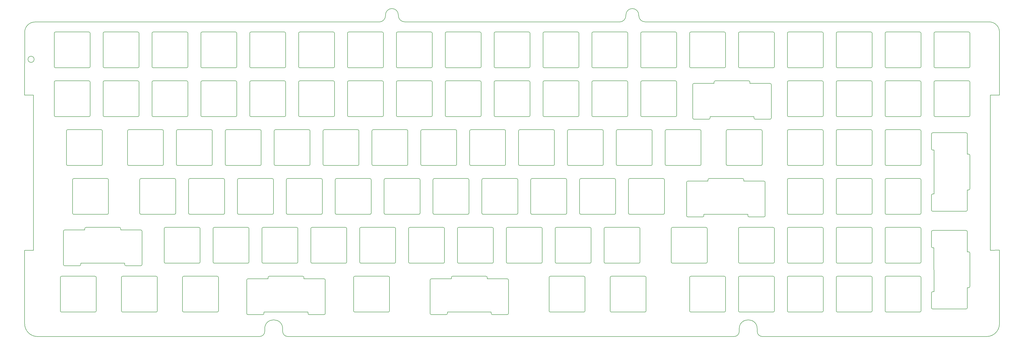
<source format=gbr>
G04 #@! TF.GenerationSoftware,KiCad,Pcbnew,(5.1.6)-1*
G04 #@! TF.CreationDate,2020-08-12T13:21:57-07:00*
G04 #@! TF.ProjectId,Plate,506c6174-652e-46b6-9963-61645f706362,rev?*
G04 #@! TF.SameCoordinates,Original*
G04 #@! TF.FileFunction,Copper,L1,Top*
G04 #@! TF.FilePolarity,Positive*
%FSLAX46Y46*%
G04 Gerber Fmt 4.6, Leading zero omitted, Abs format (unit mm)*
G04 Created by KiCad (PCBNEW (5.1.6)-1) date 2020-08-12 13:21:57*
%MOMM*%
%LPD*%
G01*
G04 APERTURE LIST*
G04 #@! TA.AperFunction,Profile*
%ADD10C,0.200000*%
G04 #@! TD*
G04 APERTURE END LIST*
D10*
X264000000Y-63200000D02*
X398100000Y-63200000D01*
X261499999Y-60499999D02*
X261500000Y-60700000D01*
X256500000Y-60750000D02*
X256490223Y-60500010D01*
X170300000Y-63200000D02*
X254000000Y-63250000D01*
X167799999Y-60499999D02*
X167800000Y-60700000D01*
X162800000Y-60750000D02*
X162790259Y-60499847D01*
X26162000Y-63246000D02*
X160300000Y-63250000D01*
X264000000Y-63200000D02*
G75*
G02*
X261500000Y-60700000I0J2500000D01*
G01*
X256500000Y-60750000D02*
G75*
G02*
X254000000Y-63250000I-2500000J0D01*
G01*
X170300000Y-63200000D02*
G75*
G02*
X167800000Y-60700000I0J2500000D01*
G01*
X162800000Y-60750000D02*
G75*
G02*
X160300000Y-63250000I-2500000J0D01*
G01*
X256490223Y-60500010D02*
G75*
G02*
X261499999Y-60499999I2504888J2189D01*
G01*
X162790259Y-60499847D02*
G75*
G02*
X167799999Y-60499999I2504870J2026D01*
G01*
X402095110Y-91751363D02*
X402100000Y-67200000D01*
X398100000Y-63200000D02*
G75*
G02*
X402100000Y-67200000I0J-4000000D01*
G01*
X22162000Y-67246000D02*
X22145123Y-91753523D01*
X22162000Y-67246000D02*
G75*
G02*
X26162000Y-63246000I4000000J0D01*
G01*
X351970123Y-119222812D02*
X338970117Y-119222760D01*
X66220123Y-81122812D02*
X53220077Y-81122830D01*
X148470077Y-81122830D02*
X161470123Y-81122812D01*
X167520123Y-67122812D02*
X180520142Y-67122803D01*
X47670123Y-86672812D02*
X47670117Y-99672846D01*
X114345123Y-105722812D02*
X114345117Y-118722822D01*
X272295129Y-119222772D02*
X285295123Y-119222812D01*
X119895104Y-119222809D02*
X132895123Y-119222812D01*
X296107629Y-119222772D02*
X309107623Y-119222812D01*
X338970128Y-138272809D02*
X351970123Y-138272812D01*
X358020117Y-138272858D02*
X371020123Y-138272812D01*
X371520102Y-137772843D02*
G75*
G02*
X371020123Y-138272812I-499974J5D01*
G01*
X115713911Y-182897788D02*
G75*
G02*
X122713873Y-182897812I3499981J-12D01*
G01*
X115713869Y-182897810D02*
X115713869Y-183897812D01*
X122713876Y-182897810D02*
X122713876Y-183897812D01*
X115713874Y-183897821D02*
G75*
G02*
X113713873Y-185897812I-1999996J5D01*
G01*
X124713871Y-185897818D02*
G75*
G02*
X122713873Y-183897812I4J2000002D01*
G01*
X300670111Y-183897840D02*
G75*
G02*
X298670123Y-185897812I-1999980J8D01*
G01*
X300670115Y-182897810D02*
X300670115Y-183897812D01*
X300670135Y-182897788D02*
G75*
G02*
X307670123Y-182897812I3499994J-12D01*
G01*
X309670108Y-185897837D02*
G75*
G02*
X307670123Y-183897812I20J2000005D01*
G01*
X307670114Y-182897810D02*
X307670114Y-183897812D01*
X402095115Y-180897786D02*
G75*
G02*
X397095123Y-185897812I-5000009J-17D01*
G01*
X27145137Y-185897808D02*
G75*
G02*
X22145123Y-180897812I-9J5000005D01*
G01*
X124713871Y-185897818D02*
X298670123Y-185897812D01*
X397095123Y-185897812D02*
X309670108Y-185897837D01*
X27145137Y-185897808D02*
X113713873Y-185897812D01*
X352470114Y-137772795D02*
G75*
G02*
X351970123Y-138272812I-500004J-13D01*
G01*
X285795175Y-118721946D02*
G75*
G02*
X285295123Y-119222812I-500022J-843D01*
G01*
X163851380Y-162372821D02*
G75*
G02*
X164351373Y-162872812I1J-499992D01*
G01*
X108700876Y-163872812D02*
X108700876Y-176872809D01*
X150351373Y-162872810D02*
X150351373Y-175872814D01*
X150351364Y-162872805D02*
G75*
G02*
X150851373Y-162372812I500001J-8D01*
G01*
X115450882Y-176872825D02*
G75*
G02*
X114950873Y-177372812I-499998J11D01*
G01*
X133076873Y-177372786D02*
G75*
G02*
X132576873Y-176872812I-13J499987D01*
G01*
X139326875Y-176872809D02*
X139326875Y-163872812D01*
X117513870Y-176372815D02*
X130513874Y-176372815D01*
X109200870Y-177372810D02*
X114950870Y-177372810D01*
X138826875Y-163372816D02*
G75*
G02*
X139326873Y-163872812I1J-499997D01*
G01*
X164351371Y-175872814D02*
X164351371Y-162872810D01*
X109200866Y-177372809D02*
G75*
G02*
X108700873Y-176872812I2J499995D01*
G01*
X114950870Y-163372811D02*
X109200870Y-163372811D01*
X108700882Y-163872793D02*
G75*
G02*
X109200873Y-163372812I499986J-5D01*
G01*
X133076874Y-177372810D02*
X138826874Y-177372810D01*
X163851378Y-162372809D02*
X150851374Y-162372809D01*
X138826874Y-163372811D02*
X133076874Y-163372811D01*
X139326889Y-176872802D02*
G75*
G02*
X138826873Y-177372812I-500013J3D01*
G01*
X164351394Y-175872807D02*
G75*
G02*
X163851373Y-176372812I-500013J8D01*
G01*
X130513886Y-162372827D02*
G75*
G02*
X131013873Y-162872812I1J-499986D01*
G01*
X130513874Y-162372809D02*
X117513870Y-162372809D01*
X117013870Y-162872811D02*
G75*
G02*
X117513873Y-162372812I500001J-2D01*
G01*
X84176360Y-176372803D02*
G75*
G02*
X83676373Y-175872812I2J499989D01*
G01*
X59076374Y-143322814D02*
X46076373Y-143322814D01*
X45576366Y-143822801D02*
G75*
G02*
X46076373Y-143322812I499998J-9D01*
G01*
X77032623Y-157322813D02*
X90032623Y-157322813D01*
X61639373Y-158322815D02*
X67389374Y-158322815D01*
X95582614Y-143822799D02*
G75*
G02*
X96082623Y-143322812I499998J-11D01*
G01*
X61639353Y-158322820D02*
G75*
G02*
X61139373Y-157822812I14J499994D01*
G01*
X67389385Y-144322820D02*
G75*
G02*
X67889373Y-144822812I-2J-499990D01*
G01*
X357520163Y-124772812D02*
G75*
G02*
X358020123Y-124272812I499980J20D01*
G01*
X37263370Y-144822805D02*
G75*
G02*
X37763373Y-144322812I499998J-5D01*
G01*
X59076382Y-143322817D02*
G75*
G02*
X59576373Y-143822812I-2J-499993D01*
G01*
X37763373Y-158322815D02*
X43513373Y-158322815D01*
X95582624Y-143822815D02*
X95582624Y-156822812D01*
X371520129Y-137772810D02*
X371520129Y-124772813D01*
X351970134Y-124272812D02*
X338970122Y-124272812D01*
X90532624Y-156822812D02*
X90532624Y-143822815D01*
X338470129Y-124772813D02*
X338470129Y-137772810D01*
X76532619Y-143822804D02*
G75*
G02*
X77032623Y-143322812I499998J-6D01*
G01*
X67889369Y-157822836D02*
G75*
G02*
X67389373Y-158322812I-499986J10D01*
G01*
X37263373Y-144822810D02*
X37263373Y-157822814D01*
X43513373Y-144322809D02*
X37763373Y-144322809D01*
X76532622Y-143822815D02*
X76532622Y-156822812D01*
X358020117Y-138272858D02*
G75*
G02*
X357520123Y-137772812I26J500020D01*
G01*
X90032635Y-143322820D02*
G75*
G02*
X90532623Y-143822812I-2J-499990D01*
G01*
X371020148Y-124272797D02*
G75*
G02*
X371520123Y-124772812I-20J-499995D01*
G01*
X338970128Y-138272809D02*
G75*
G02*
X338470123Y-137772812I-4J500001D01*
G01*
X67389374Y-144322809D02*
X61639373Y-144322809D01*
X319920141Y-138272822D02*
G75*
G02*
X319420123Y-137772812I-4J500014D01*
G01*
X90532619Y-156822836D02*
G75*
G02*
X90032623Y-157322812I-499986J10D01*
G01*
X67889375Y-157822814D02*
X67889375Y-144822810D01*
X37763354Y-158322821D02*
G75*
G02*
X37263373Y-157822812I14J499995D01*
G01*
X352470127Y-137772810D02*
X352470127Y-124772813D01*
X357520131Y-124772813D02*
X357520131Y-137772810D01*
X77032603Y-157322820D02*
G75*
G02*
X76532623Y-156822812I14J499994D01*
G01*
X338470114Y-124772823D02*
G75*
G02*
X338970123Y-124272812I500010J1D01*
G01*
X351970100Y-124272809D02*
G75*
G02*
X352470123Y-124772812I10J-500013D01*
G01*
X319920120Y-138272811D02*
X332920132Y-138272811D01*
X371020136Y-124272812D02*
X358020124Y-124272812D01*
X333420126Y-137772807D02*
G75*
G02*
X332920123Y-138272812I-500004J-1D01*
G01*
X109082622Y-143322814D02*
X96082625Y-143322814D01*
X90032623Y-143322814D02*
X77032623Y-143322814D01*
X44013370Y-157822837D02*
G75*
G02*
X43513373Y-158322812I-499986J11D01*
G01*
X46076373Y-157322813D02*
X59076374Y-157322813D01*
X252745127Y-105722738D02*
G75*
G02*
X253245123Y-105222812I499961J-35D01*
G01*
X266245173Y-105222784D02*
G75*
G02*
X266745123Y-105722812I-39J-499989D01*
G01*
X247695139Y-118722844D02*
G75*
G02*
X247195123Y-119222812I-499992J24D01*
G01*
X233695139Y-105722750D02*
G75*
G02*
X234195123Y-105222812I499961J-23D01*
G01*
X228645151Y-118722856D02*
G75*
G02*
X228145123Y-119222812I-499992J36D01*
G01*
X209095164Y-105222775D02*
G75*
G02*
X209595123Y-105722812I-39J-499998D01*
G01*
X190545124Y-118722811D02*
X190545124Y-105722811D01*
X253245080Y-119222785D02*
G75*
G02*
X252745123Y-118722812I8J499965D01*
G01*
X247695116Y-118722811D02*
X247695116Y-105722811D01*
X295607614Y-105722787D02*
G75*
G02*
X296107623Y-105222812I499992J-17D01*
G01*
X266245124Y-105222810D02*
X253245128Y-105222810D01*
X247195186Y-105222797D02*
G75*
G02*
X247695123Y-105722812I-39J-499976D01*
G01*
X247195122Y-105222810D02*
X234195126Y-105222810D01*
X309107661Y-105222834D02*
G75*
G02*
X309607623Y-105722812I-8J-499970D01*
G01*
X215145123Y-119222812D02*
X228145120Y-119222812D01*
X295607624Y-105722811D02*
X295607624Y-118722811D01*
X309607675Y-118721946D02*
G75*
G02*
X309107623Y-119222812I-500022J-843D01*
G01*
X252745119Y-105722811D02*
X252745119Y-118722811D01*
X228145198Y-105222809D02*
G75*
G02*
X228645123Y-105722812I-39J-499964D01*
G01*
X209595126Y-118722811D02*
X209595126Y-105722811D01*
X272295129Y-119222772D02*
G75*
G02*
X271795123Y-118722812I-23J499983D01*
G01*
X285295161Y-105222834D02*
G75*
G02*
X285795123Y-105722812I-8J-499970D01*
G01*
X234195092Y-119222797D02*
G75*
G02*
X233695123Y-118722812I8J499977D01*
G01*
X215145104Y-119222809D02*
G75*
G02*
X214645123Y-118722812I8J499989D01*
G01*
X196095121Y-119222812D02*
X209095118Y-119222812D01*
X271795114Y-105722787D02*
G75*
G02*
X272295123Y-105222812I499992J-17D01*
G01*
X214645130Y-105722811D02*
X214645130Y-118722811D01*
X209095118Y-105222810D02*
X196095121Y-105222810D01*
X233695117Y-105722811D02*
X233695117Y-118722811D01*
X285295126Y-105222810D02*
X272295130Y-105222810D01*
X177045113Y-119222818D02*
G75*
G02*
X176545123Y-118722812I8J499998D01*
G01*
X209595117Y-118722822D02*
G75*
G02*
X209095123Y-119222812I-499992J2D01*
G01*
X309607622Y-118722811D02*
X309607622Y-105722811D01*
X266745118Y-118722811D02*
X266745118Y-105722811D01*
X214645151Y-105722762D02*
G75*
G02*
X215145123Y-105222812I499961J-11D01*
G01*
X271795121Y-105722811D02*
X271795121Y-118722811D01*
X196095101Y-119222806D02*
G75*
G02*
X195595123Y-118722812I8J499986D01*
G01*
X228645128Y-118722811D02*
X228645128Y-105722811D01*
X195595148Y-105722759D02*
G75*
G02*
X196095123Y-105222812I499961J-14D01*
G01*
X195595128Y-105722811D02*
X195595128Y-118722811D01*
X177045119Y-119222812D02*
X190045116Y-119222812D01*
X190545129Y-118722834D02*
G75*
G02*
X190045123Y-119222812I-499992J14D01*
G01*
X190045176Y-105222787D02*
G75*
G02*
X190545123Y-105722812I-39J-499986D01*
G01*
X190045116Y-105222810D02*
X177045119Y-105222810D01*
X176545160Y-105722771D02*
G75*
G02*
X177045123Y-105222812I499961J-2D01*
G01*
X176545126Y-105722811D02*
X176545126Y-118722811D01*
X157995110Y-119222815D02*
G75*
G02*
X157495123Y-118722812I8J499995D01*
G01*
X296107629Y-119222772D02*
G75*
G02*
X295607623Y-118722812I-23J499983D01*
G01*
X285795120Y-118722811D02*
X285795120Y-105722811D01*
X157995117Y-119222812D02*
X170995129Y-119222812D01*
X266745126Y-118722831D02*
G75*
G02*
X266245123Y-119222812I-499992J11D01*
G01*
X171495126Y-118722831D02*
G75*
G02*
X170995123Y-119222812I-499992J11D01*
G01*
X228145120Y-105222810D02*
X215145123Y-105222810D01*
X309107629Y-105222810D02*
X296107617Y-105222810D01*
X234195126Y-119222812D02*
X247195122Y-119222812D01*
X253245128Y-119222812D02*
X266245124Y-119222812D01*
X38932603Y-119222808D02*
G75*
G02*
X38432623Y-118722812I8J499988D01*
G01*
X38932623Y-119222812D02*
X51932623Y-119222812D01*
X52432634Y-118722839D02*
G75*
G02*
X51932623Y-119222812I-499992J19D01*
G01*
X138445122Y-105722811D02*
X138445122Y-118722811D01*
X113845164Y-105222775D02*
G75*
G02*
X114345123Y-105722812I-39J-499998D01*
G01*
X113845122Y-105222810D02*
X100845126Y-105222810D01*
X81795124Y-119222812D02*
X94795120Y-119222812D01*
X152445123Y-118722828D02*
G75*
G02*
X151945123Y-119222812I-499992J8D01*
G01*
X170995173Y-105222784D02*
G75*
G02*
X171495123Y-105722812I-39J-499989D01*
G01*
X157495157Y-105722768D02*
G75*
G02*
X157995123Y-105222812I499961J-5D01*
G01*
X151945127Y-105222810D02*
X138945123Y-105222810D01*
X152445120Y-118722811D02*
X152445120Y-105722811D01*
X114345117Y-118722822D02*
G75*
G02*
X113845123Y-119222812I-499992J2D01*
G01*
X151945170Y-105222781D02*
G75*
G02*
X152445123Y-105722812I-39J-499992D01*
G01*
X100345148Y-105722759D02*
G75*
G02*
X100845123Y-105222812I499961J-14D01*
G01*
X100345125Y-105722811D02*
X100345125Y-118722811D01*
X94795176Y-105222787D02*
G75*
G02*
X95295123Y-105722812I-39J-499986D01*
G01*
X62745122Y-119222812D02*
X75745122Y-119222812D01*
X75745181Y-105222792D02*
G75*
G02*
X76245123Y-105722812I-39J-499981D01*
G01*
X133395120Y-118722825D02*
G75*
G02*
X132895123Y-119222812I-499992J5D01*
G01*
X75745122Y-105222810D02*
X62745122Y-105222810D01*
X138945123Y-119222812D02*
X151945127Y-119222812D01*
X170995129Y-105222810D02*
X157995117Y-105222810D01*
X132895124Y-105222810D02*
X119895120Y-105222810D01*
X95295129Y-118722834D02*
G75*
G02*
X94795123Y-119222812I-499992J14D01*
G01*
X62245122Y-105722811D02*
X62245122Y-118722811D01*
X62245150Y-105722761D02*
G75*
G02*
X62745123Y-105222812I499961J-12D01*
G01*
X171495122Y-118722811D02*
X171495122Y-105722811D01*
X157495124Y-105722811D02*
X157495124Y-118722811D01*
X95295121Y-118722811D02*
X95295121Y-105722811D01*
X132895167Y-105222778D02*
G75*
G02*
X133395123Y-105722812I-39J-499995D01*
G01*
X76245134Y-118722839D02*
G75*
G02*
X75745123Y-119222812I-499992J19D01*
G01*
X81295123Y-105722811D02*
X81295123Y-118722811D01*
X138945107Y-119222812D02*
G75*
G02*
X138445123Y-118722812I8J499992D01*
G01*
X100845101Y-119222806D02*
G75*
G02*
X100345123Y-118722812I8J499986D01*
G01*
X119895104Y-119222809D02*
G75*
G02*
X119395123Y-118722812I8J499989D01*
G01*
X81795098Y-119222803D02*
G75*
G02*
X81295123Y-118722812I8J499983D01*
G01*
X94795120Y-105222810D02*
X81795124Y-105222810D01*
X62745103Y-119222808D02*
G75*
G02*
X62245123Y-118722812I8J499988D01*
G01*
X76245123Y-118722811D02*
X76245123Y-105722811D01*
X133395125Y-118722811D02*
X133395125Y-105722811D01*
X119395119Y-105722811D02*
X119395119Y-118722811D01*
X119395151Y-105722762D02*
G75*
G02*
X119895123Y-105222812I499961J-11D01*
G01*
X100845126Y-119222812D02*
X113845122Y-119222812D01*
X138445154Y-105722765D02*
G75*
G02*
X138945123Y-105222812I499961J-8D01*
G01*
X81295145Y-105722756D02*
G75*
G02*
X81795123Y-105222812I499961J-17D01*
G01*
X282532123Y-87672811D02*
X282532123Y-100672811D01*
X338970104Y-100172773D02*
G75*
G02*
X338470123Y-99672812I-10J499971D01*
G01*
X38432623Y-105722811D02*
X38432623Y-118722811D01*
X38432650Y-105722761D02*
G75*
G02*
X38932623Y-105222812I499961J-12D01*
G01*
X288782117Y-87172812D02*
X283032117Y-87172812D01*
X313158122Y-100672811D02*
X313158122Y-87672811D01*
X304345136Y-86172833D02*
G75*
G02*
X304845123Y-86672812I4J-499983D01*
G01*
X262770129Y-100172810D02*
X275770125Y-100172810D01*
X377070080Y-100172809D02*
G75*
G02*
X376570123Y-99672812I20J499977D01*
G01*
X319420127Y-86672811D02*
X319420127Y-99672813D01*
X351970134Y-86172812D02*
X338970122Y-86172812D01*
X376570126Y-86672763D02*
G75*
G02*
X377070123Y-86172812I499974J-23D01*
G01*
X371020136Y-86172812D02*
X358020124Y-86172812D01*
X357520138Y-86672775D02*
G75*
G02*
X358020123Y-86172812I499974J-11D01*
G01*
X282532102Y-87672799D02*
G75*
G02*
X283032123Y-87172812I500004J-17D01*
G01*
X312658185Y-87172822D02*
G75*
G02*
X313158123Y-87672812I-26J-499964D01*
G01*
X352470127Y-99672813D02*
X352470127Y-86672811D01*
X390070138Y-86172812D02*
X377070126Y-86172812D01*
X338470090Y-86672787D02*
G75*
G02*
X338970123Y-86172812I500004J-29D01*
G01*
X338970122Y-100172810D02*
X351970134Y-100172810D01*
X319920116Y-100172785D02*
G75*
G02*
X319420123Y-99672812I-10J499983D01*
G01*
X390070173Y-86172810D02*
G75*
G02*
X390570123Y-86672812I-26J-499976D01*
G01*
X377070126Y-100172810D02*
X390070138Y-100172810D01*
X390570127Y-99672856D02*
G75*
G02*
X390070123Y-100172812I-499980J24D01*
G01*
X371520139Y-99672868D02*
G75*
G02*
X371020123Y-100172812I-499980J36D01*
G01*
X319920120Y-100172810D02*
X332920132Y-100172810D01*
X338470129Y-86672811D02*
X338470129Y-99672813D01*
X333420125Y-99672813D02*
X333420125Y-86672811D01*
X306908093Y-101172822D02*
G75*
G02*
X306408123Y-100672812I20J499990D01*
G01*
X306908128Y-101172812D02*
X312658129Y-101172812D01*
X312658129Y-87172812D02*
X306908128Y-87172812D01*
X332920132Y-86172812D02*
X319920120Y-86172812D01*
X291345117Y-100172810D02*
X304345128Y-100172810D01*
X290845090Y-86672787D02*
G75*
G02*
X291345123Y-86172812I500004J-29D01*
G01*
X358020092Y-100172821D02*
G75*
G02*
X357520123Y-99672812I20J499989D01*
G01*
X376570133Y-86672811D02*
X376570133Y-99672813D01*
X51932623Y-105222810D02*
X38932623Y-105222810D01*
X52432624Y-118722811D02*
X52432624Y-105722811D01*
X51932681Y-105222792D02*
G75*
G02*
X52432623Y-105722812I-39J-499981D01*
G01*
X371520129Y-99672813D02*
X371520129Y-86672811D01*
X390570131Y-99672813D02*
X390570131Y-86672811D01*
X358020124Y-100172810D02*
X371020136Y-100172810D01*
X371020185Y-86172822D02*
G75*
G02*
X371520123Y-86672812I-26J-499964D01*
G01*
X352470150Y-99672819D02*
G75*
G02*
X351970123Y-100172812I-500010J17D01*
G01*
X332920149Y-86172846D02*
G75*
G02*
X333420123Y-86672812I4J-499970D01*
G01*
X319420102Y-86672799D02*
G75*
G02*
X319920123Y-86172812I500004J-17D01*
G01*
X289282162Y-100672831D02*
G75*
G02*
X288782123Y-101172812I-500010J29D01*
G01*
X304345128Y-86172812D02*
X291345117Y-86172812D01*
X262770092Y-100172821D02*
G75*
G02*
X262270123Y-99672812I20J499989D01*
G01*
X276270139Y-99672868D02*
G75*
G02*
X275770123Y-100172812I-499980J36D01*
G01*
X276270119Y-99672813D02*
X276270119Y-86672811D01*
X275770185Y-86172822D02*
G75*
G02*
X276270123Y-86672812I-26J-499964D01*
G01*
X275770125Y-86172812D02*
X262770129Y-86172812D01*
X262270138Y-86672775D02*
G75*
G02*
X262770123Y-86172812I499974J-11D01*
G01*
X262270120Y-86672811D02*
X262270120Y-99672813D01*
X357520131Y-86672811D02*
X357520131Y-99672813D01*
X333420163Y-99672832D02*
G75*
G02*
X332920123Y-100172812I-500010J30D01*
G01*
X243720127Y-100172810D02*
X256720123Y-100172810D01*
X283032117Y-101172812D02*
X288782117Y-101172812D01*
X243720104Y-100172773D02*
G75*
G02*
X243220123Y-99672812I-10J499971D01*
G01*
X257220150Y-99672819D02*
G75*
G02*
X256720123Y-100172812I-500010J17D01*
G01*
X351970136Y-86172833D02*
G75*
G02*
X352470123Y-86672812I4J-499983D01*
G01*
X313158139Y-100672868D02*
G75*
G02*
X312658123Y-101172812I-499980J36D01*
G01*
X283032116Y-101172785D02*
G75*
G02*
X282532123Y-100672812I-10J499983D01*
G01*
X205620122Y-100172810D02*
X218620119Y-100172810D01*
X257220117Y-99672813D02*
X257220117Y-86672811D01*
X186070127Y-86672811D02*
X186070127Y-99672813D01*
X181020108Y-99672837D02*
G75*
G02*
X180520123Y-100172812I-499980J5D01*
G01*
X199570117Y-86172812D02*
X186570120Y-86172812D01*
X238170163Y-99672832D02*
G75*
G02*
X237670123Y-100172812I-500010J30D01*
G01*
X147970135Y-86672772D02*
G75*
G02*
X148470123Y-86172812I499974J-14D01*
G01*
X205120144Y-86672781D02*
G75*
G02*
X205620123Y-86172812I499974J-5D01*
G01*
X167020138Y-86672775D02*
G75*
G02*
X167520123Y-86172812I499974J-11D01*
G01*
X243220118Y-86672811D02*
X243220118Y-99672813D01*
X218620130Y-86172827D02*
G75*
G02*
X219120123Y-86672812I4J-499989D01*
G01*
X205120129Y-86672811D02*
X205120129Y-99672813D01*
X142920117Y-99672846D02*
G75*
G02*
X142420123Y-100172812I-499980J14D01*
G01*
X180520130Y-86172812D02*
X167520118Y-86172812D01*
X219120144Y-99672813D02*
G75*
G02*
X218620123Y-100172812I-500010J11D01*
G01*
X218620119Y-86172812D02*
X205620122Y-86172812D01*
X199570157Y-86172794D02*
G75*
G02*
X200070123Y-86672812I-26J-499992D01*
G01*
X129420101Y-100172830D02*
G75*
G02*
X128920123Y-99672812I20J499998D01*
G01*
X142920126Y-99672813D02*
X142920126Y-86672811D01*
X224670116Y-100172785D02*
G75*
G02*
X224170123Y-99672812I-10J499983D01*
G01*
X186570095Y-100172824D02*
G75*
G02*
X186070123Y-99672812I20J499992D01*
G01*
X129420121Y-100172810D02*
X142420125Y-100172810D01*
X237670149Y-86172846D02*
G75*
G02*
X238170123Y-86672812I4J-499970D01*
G01*
X128920120Y-86672811D02*
X128920120Y-99672813D01*
X110370127Y-100172810D02*
X123370123Y-100172810D01*
X224170116Y-86672811D02*
X224170116Y-99672813D01*
X123870114Y-99672843D02*
G75*
G02*
X123370123Y-100172812I-499980J11D01*
G01*
X161470151Y-86172788D02*
G75*
G02*
X161970123Y-86672812I-26J-499998D01*
G01*
X123370160Y-86172797D02*
G75*
G02*
X123870123Y-86672812I-26J-499989D01*
G01*
X256720136Y-86172833D02*
G75*
G02*
X257220123Y-86672812I4J-499983D01*
G01*
X128920147Y-86672784D02*
G75*
G02*
X129420123Y-86172812I499974J-2D01*
G01*
X205620098Y-100172827D02*
G75*
G02*
X205120123Y-99672812I20J499995D01*
G01*
X167520118Y-100172810D02*
X180520130Y-100172810D01*
X237670121Y-86172812D02*
X224670125Y-86172812D01*
X200070125Y-99672813D02*
X200070125Y-86672811D01*
X161470128Y-86172812D02*
X148470124Y-86172812D01*
X142420163Y-86172800D02*
G75*
G02*
X142920123Y-86672812I-26J-499986D01*
G01*
X200070111Y-99672840D02*
G75*
G02*
X199570123Y-100172812I-499980J8D01*
G01*
X110370098Y-100172827D02*
G75*
G02*
X109870123Y-99672812I20J499995D01*
G01*
X123870124Y-99672813D02*
X123870124Y-86672811D01*
X123370123Y-86172812D02*
X110370127Y-86172812D01*
X238170130Y-99672813D02*
X238170130Y-86672811D01*
X186070141Y-86672778D02*
G75*
G02*
X186570123Y-86172812I499974J-8D01*
G01*
X161970105Y-99672834D02*
G75*
G02*
X161470123Y-100172812I-499980J2D01*
G01*
X142420125Y-86172812D02*
X129420121Y-86172812D01*
X109870144Y-86672781D02*
G75*
G02*
X110370123Y-86172812I499974J-5D01*
G01*
X109870126Y-86672811D02*
X109870126Y-99672813D01*
X91320095Y-100172824D02*
G75*
G02*
X90820123Y-99672812I20J499992D01*
G01*
X91320125Y-100172810D02*
X104320121Y-100172810D01*
X224670125Y-100172810D02*
X237670121Y-100172810D01*
X104820111Y-99672840D02*
G75*
G02*
X104320123Y-100172812I-499980J8D01*
G01*
X104820122Y-99672813D02*
X104820122Y-86672811D01*
X256720123Y-86172812D02*
X243720127Y-86172812D01*
X186570120Y-100172810D02*
X199570117Y-100172810D01*
X180520154Y-86172791D02*
G75*
G02*
X181020123Y-86672812I-26J-499995D01*
G01*
X167020125Y-86672811D02*
X167020125Y-99672813D01*
X148470124Y-100172810D02*
X161470128Y-100172810D01*
X161970121Y-99672813D02*
X161970121Y-86672811D01*
X243220090Y-86672787D02*
G75*
G02*
X243720123Y-86172812I500004J-29D01*
G01*
X167520092Y-100172821D02*
G75*
G02*
X167020123Y-99672812I20J499989D01*
G01*
X224170102Y-86672799D02*
G75*
G02*
X224670123Y-86172812I500004J-17D01*
G01*
X148470089Y-100172818D02*
G75*
G02*
X147970123Y-99672812I20J499986D01*
G01*
X181020123Y-99672813D02*
X181020123Y-86672811D01*
X219120127Y-99672813D02*
X219120127Y-86672811D01*
X85270162Y-86172799D02*
G75*
G02*
X85770123Y-86672812I-26J-499987D01*
G01*
X357520126Y-67622787D02*
G75*
G02*
X358020123Y-67122812I499986J-11D01*
G01*
X52720135Y-86672772D02*
G75*
G02*
X53220123Y-86172812I499974J-14D01*
G01*
X390070161Y-67122822D02*
G75*
G02*
X390570123Y-67622812I-14J-499976D01*
G01*
X71770122Y-86672811D02*
X71770122Y-99672813D01*
X333420125Y-80622811D02*
X333420125Y-67622812D01*
X104320157Y-86172794D02*
G75*
G02*
X104820123Y-86672812I-26J-499992D01*
G01*
X71770131Y-86672768D02*
G75*
G02*
X72270123Y-86172812I499974J-18D01*
G01*
X376570133Y-67622812D02*
X376570133Y-80622811D01*
X352470127Y-80622811D02*
X352470127Y-67622812D01*
X66720120Y-99672849D02*
G75*
G02*
X66220123Y-100172812I-499980J17D01*
G01*
X319920120Y-81122812D02*
X332920132Y-81122812D01*
X34170086Y-100172815D02*
G75*
G02*
X33670123Y-99672812I20J499983D01*
G01*
X390570115Y-80622868D02*
G75*
G02*
X390070123Y-81122812I-499968J24D01*
G01*
X47170163Y-86172800D02*
G75*
G02*
X47670123Y-86672812I-26J-499986D01*
G01*
X377070068Y-81122821D02*
G75*
G02*
X376570123Y-80622812I32J499977D01*
G01*
X351970134Y-67122812D02*
X338970122Y-67122812D01*
X338470078Y-67622799D02*
G75*
G02*
X338970123Y-67122812I500016J-29D01*
G01*
X371520129Y-80622811D02*
X371520129Y-67622812D01*
X72270085Y-100172814D02*
G75*
G02*
X71770123Y-99672812I20J499982D01*
G01*
X319420090Y-67622811D02*
G75*
G02*
X319920123Y-67122812I500016J-17D01*
G01*
X90820124Y-86672811D02*
X90820124Y-99672813D01*
X53220122Y-100172810D02*
X66220125Y-100172810D01*
X358020080Y-81122833D02*
G75*
G02*
X357520123Y-80622812I32J499989D01*
G01*
X332920137Y-67122858D02*
G75*
G02*
X333420123Y-67622812I16J-499970D01*
G01*
X300870056Y-81122809D02*
G75*
G02*
X300370123Y-80622812I32J499965D01*
G01*
X104320121Y-86172812D02*
X91320125Y-86172812D01*
X85770124Y-99672813D02*
X85770124Y-86672811D01*
X90820141Y-86672778D02*
G75*
G02*
X91320123Y-86172812I499974J-8D01*
G01*
X53220089Y-100172818D02*
G75*
G02*
X52720123Y-99672812I20J499986D01*
G01*
X66720122Y-99672813D02*
X66720122Y-86672811D01*
X34170123Y-100172810D02*
X47170122Y-100172810D01*
X371520127Y-80622880D02*
G75*
G02*
X371020123Y-81122812I-499968J36D01*
G01*
X66220166Y-86172803D02*
G75*
G02*
X66720123Y-86672812I-26J-499983D01*
G01*
X33670132Y-86672769D02*
G75*
G02*
X34170123Y-86172812I499974J-17D01*
G01*
X377070126Y-81122812D02*
X390070138Y-81122812D01*
X371020173Y-67122834D02*
G75*
G02*
X371520123Y-67622812I-14J-499964D01*
G01*
X358020124Y-81122812D02*
X371020136Y-81122812D01*
X85270123Y-86172812D02*
X72270123Y-86172812D01*
X390570131Y-80622811D02*
X390570131Y-67622812D01*
X338970092Y-81122785D02*
G75*
G02*
X338470123Y-80622812I2J499971D01*
G01*
X338970122Y-81122812D02*
X351970134Y-81122812D01*
X352470138Y-80622831D02*
G75*
G02*
X351970123Y-81122812I-499998J17D01*
G01*
X351970124Y-67122845D02*
G75*
G02*
X352470123Y-67622812I16J-499983D01*
G01*
X338470129Y-67622812D02*
X338470129Y-80622811D01*
X333420151Y-80622844D02*
G75*
G02*
X332920123Y-81122812I-499998J30D01*
G01*
X319420127Y-67622812D02*
X319420127Y-80622811D01*
X300870118Y-81122812D02*
X313870129Y-81122812D01*
X314370102Y-80622855D02*
G75*
G02*
X313870123Y-81122812I-499968J11D01*
G01*
X314370123Y-80622811D02*
X314370123Y-67622812D01*
X47170122Y-86172812D02*
X34170123Y-86172812D01*
X85770116Y-99672845D02*
G75*
G02*
X85270123Y-100172812I-499980J13D01*
G01*
X313870148Y-67122809D02*
G75*
G02*
X314370123Y-67622812I-14J-499989D01*
G01*
X390070138Y-67122812D02*
X377070126Y-67122812D01*
X72270123Y-100172810D02*
X85270123Y-100172810D01*
X313870129Y-67122812D02*
X300870118Y-67122812D01*
X371020136Y-67122812D02*
X358020124Y-67122812D01*
X319920104Y-81122797D02*
G75*
G02*
X319420123Y-80622812I2J499983D01*
G01*
X332920132Y-67122812D02*
X319920120Y-67122812D01*
X376570114Y-67622775D02*
G75*
G02*
X377070123Y-67122812I499986J-23D01*
G01*
X47670117Y-99672846D02*
G75*
G02*
X47170123Y-100172812I-499980J14D01*
G01*
X357520131Y-67622812D02*
X357520131Y-80622811D01*
X66220125Y-86172812D02*
X53220122Y-86172812D01*
X281820068Y-81122821D02*
G75*
G02*
X281320123Y-80622812I32J499977D01*
G01*
X186570120Y-81122812D02*
X199570117Y-81122812D01*
X276270127Y-80622880D02*
G75*
G02*
X275770123Y-81122812I-499968J36D01*
G01*
X243220078Y-67622799D02*
G75*
G02*
X243720123Y-67122812I500016J-29D01*
G01*
X295320121Y-80622811D02*
X295320121Y-67622812D01*
X224670125Y-81122812D02*
X237670121Y-81122812D01*
X295320115Y-80622868D02*
G75*
G02*
X294820123Y-81122812I-499968J24D01*
G01*
X262270126Y-67622787D02*
G75*
G02*
X262770123Y-67122812I499986J-11D01*
G01*
X167520080Y-81122833D02*
G75*
G02*
X167020123Y-80622812I32J499989D01*
G01*
X186070127Y-67622812D02*
X186070127Y-80622811D01*
X281320114Y-67622775D02*
G75*
G02*
X281820123Y-67122812I499986J-23D01*
G01*
X167520118Y-81122812D02*
X180520130Y-81122812D01*
X276270119Y-80622811D02*
X276270119Y-67622812D01*
X256720124Y-67122845D02*
G75*
G02*
X257220123Y-67622812I16J-499983D01*
G01*
X262270120Y-67622812D02*
X262270120Y-80622811D01*
X257220138Y-80622831D02*
G75*
G02*
X256720123Y-81122812I-499998J17D01*
G01*
X180520142Y-67122803D02*
G75*
G02*
X181020123Y-67622812I-14J-499995D01*
G01*
X167020125Y-67622812D02*
X167020125Y-80622811D01*
X237670121Y-67122812D02*
X224670125Y-67122812D01*
X205620122Y-81122812D02*
X218620119Y-81122812D01*
X294820127Y-67122812D02*
X281820116Y-67122812D01*
X238170151Y-80622844D02*
G75*
G02*
X237670123Y-81122812I-499998J30D01*
G01*
X186570083Y-81122836D02*
G75*
G02*
X186070123Y-80622812I32J499992D01*
G01*
X161970093Y-80622846D02*
G75*
G02*
X161470123Y-81122812I-499968J2D01*
G01*
X200070099Y-80622852D02*
G75*
G02*
X199570123Y-81122812I-499968J8D01*
G01*
X294820161Y-67122822D02*
G75*
G02*
X295320123Y-67622812I-14J-499976D01*
G01*
X300370124Y-67622812D02*
X300370124Y-80622811D01*
X281320122Y-67622812D02*
X281320122Y-80622811D01*
X205120132Y-67622793D02*
G75*
G02*
X205620123Y-67122812I499986J-5D01*
G01*
X275770173Y-67122834D02*
G75*
G02*
X276270123Y-67622812I-14J-499964D01*
G01*
X237670137Y-67122858D02*
G75*
G02*
X238170123Y-67622812I16J-499970D01*
G01*
X218620118Y-67122839D02*
G75*
G02*
X219120123Y-67622812I16J-499989D01*
G01*
X262770080Y-81122833D02*
G75*
G02*
X262270123Y-80622812I32J499989D01*
G01*
X243720127Y-81122812D02*
X256720123Y-81122812D01*
X257220117Y-80622811D02*
X257220117Y-67622812D01*
X224170090Y-67622811D02*
G75*
G02*
X224670123Y-67122812I500016J-17D01*
G01*
X238170130Y-80622811D02*
X238170130Y-67622812D01*
X281820116Y-81122812D02*
X294820127Y-81122812D01*
X256720123Y-67122812D02*
X243720127Y-67122812D01*
X219120127Y-80622811D02*
X219120127Y-67622812D01*
X205120129Y-67622812D02*
X205120129Y-80622811D01*
X200070125Y-80622811D02*
X200070125Y-67622812D01*
X218620119Y-67122812D02*
X205620122Y-67122812D01*
X205620086Y-81122839D02*
G75*
G02*
X205120123Y-80622812I32J499995D01*
G01*
X199570145Y-67122806D02*
G75*
G02*
X200070123Y-67622812I-14J-499992D01*
G01*
X199570117Y-67122812D02*
X186570120Y-67122812D01*
X186070129Y-67622790D02*
G75*
G02*
X186570123Y-67122812I499986J-8D01*
G01*
X181020096Y-80622849D02*
G75*
G02*
X180520123Y-81122812I-499968J5D01*
G01*
X181020123Y-80622811D02*
X181020123Y-67622812D01*
X243720092Y-81122785D02*
G75*
G02*
X243220123Y-80622812I2J499971D01*
G01*
X300370102Y-67622763D02*
G75*
G02*
X300870123Y-67122812I499986J-35D01*
G01*
X167020126Y-67622787D02*
G75*
G02*
X167520123Y-67122812I499986J-11D01*
G01*
X243220118Y-67622812D02*
X243220118Y-80622811D01*
X148470077Y-81122830D02*
G75*
G02*
X147970123Y-80622812I32J499986D01*
G01*
X161970121Y-80622811D02*
X161970121Y-67622812D01*
X224170116Y-67622812D02*
X224170116Y-80622811D01*
X161470139Y-67122800D02*
G75*
G02*
X161970123Y-67622812I-14J-499998D01*
G01*
X161470128Y-67122812D02*
X148470124Y-67122812D01*
X224670104Y-81122797D02*
G75*
G02*
X224170123Y-80622812I2J499983D01*
G01*
X275770125Y-67122812D02*
X262770129Y-67122812D01*
X219120132Y-80622825D02*
G75*
G02*
X218620123Y-81122812I-499998J11D01*
G01*
X262770129Y-81122812D02*
X275770125Y-81122812D01*
X142420151Y-67122812D02*
G75*
G02*
X142920123Y-67622812I-14J-499986D01*
G01*
X128920135Y-67622796D02*
G75*
G02*
X129420123Y-67122812I499986J-2D01*
G01*
X91320125Y-81122812D02*
X104320121Y-81122812D01*
X104820099Y-80622852D02*
G75*
G02*
X104320123Y-81122812I-499968J8D01*
G01*
X90820129Y-67622790D02*
G75*
G02*
X91320123Y-67122812I499986J-8D01*
G01*
X147970123Y-67622812D02*
X147970123Y-80622811D01*
X142920105Y-80622858D02*
G75*
G02*
X142420123Y-81122812I-499968J14D01*
G01*
X104820122Y-80622811D02*
X104820122Y-67622812D01*
X72270123Y-81122812D02*
X85270123Y-81122812D01*
X129420089Y-81122842D02*
G75*
G02*
X128920123Y-80622812I32J499998D01*
G01*
X109870126Y-67622812D02*
X109870126Y-80622811D01*
X129420121Y-81122812D02*
X142420125Y-81122812D01*
X104320145Y-67122806D02*
G75*
G02*
X104820123Y-67622812I-14J-499992D01*
G01*
X71770119Y-67622780D02*
G75*
G02*
X72270123Y-67122812I499986J-18D01*
G01*
X66220125Y-67122812D02*
X53220122Y-67122812D01*
X34170123Y-81122812D02*
X47170122Y-81122812D01*
X128920120Y-67622812D02*
X128920120Y-80622811D01*
X66720108Y-80622861D02*
G75*
G02*
X66220123Y-81122812I-499968J17D01*
G01*
X147970123Y-67622784D02*
G75*
G02*
X148470123Y-67122812I499986J-14D01*
G01*
X123870102Y-80622855D02*
G75*
G02*
X123370123Y-81122812I-499968J11D01*
G01*
X66220154Y-67122815D02*
G75*
G02*
X66720123Y-67622812I-14J-499983D01*
G01*
X90820124Y-67622812D02*
X90820124Y-80622811D01*
X47170151Y-67122812D02*
G75*
G02*
X47670123Y-67622812I-14J-499986D01*
G01*
X66720122Y-80622811D02*
X66720122Y-67622812D01*
X33670123Y-67622812D02*
X33670123Y-80622811D01*
X91320083Y-81122836D02*
G75*
G02*
X90820123Y-80622812I32J499992D01*
G01*
X72270073Y-81122826D02*
G75*
G02*
X71770123Y-80622812I32J499982D01*
G01*
X52720123Y-67622812D02*
X52720123Y-80622811D01*
X47670105Y-80622858D02*
G75*
G02*
X47170123Y-81122812I-499968J14D01*
G01*
X110370127Y-81122812D02*
X123370123Y-81122812D01*
X71770122Y-67622812D02*
X71770122Y-80622811D01*
X85270150Y-67122811D02*
G75*
G02*
X85770123Y-67622812I-14J-499987D01*
G01*
X123370123Y-67122812D02*
X110370127Y-67122812D01*
X104320121Y-67122812D02*
X91320125Y-67122812D01*
X142420125Y-67122812D02*
X129420121Y-67122812D01*
X85770104Y-80622857D02*
G75*
G02*
X85270123Y-81122812I-499968J13D01*
G01*
X85270123Y-67122812D02*
X72270123Y-67122812D01*
X53220077Y-81122830D02*
G75*
G02*
X52720123Y-80622812I32J499986D01*
G01*
X52720123Y-67622784D02*
G75*
G02*
X53220123Y-67122812I499986J-14D01*
G01*
X110370086Y-81122839D02*
G75*
G02*
X109870123Y-80622812I32J499995D01*
G01*
X123370148Y-67122809D02*
G75*
G02*
X123870123Y-67622812I-14J-499989D01*
G01*
X123870124Y-80622811D02*
X123870124Y-67622812D01*
X109870132Y-67622793D02*
G75*
G02*
X110370123Y-67122812I499986J-5D01*
G01*
X34170074Y-81122827D02*
G75*
G02*
X33670123Y-80622812I32J499983D01*
G01*
X142920126Y-80622811D02*
X142920126Y-67622812D01*
X33670120Y-67622781D02*
G75*
G02*
X34170123Y-67122812I499986J-17D01*
G01*
X47170122Y-67122812D02*
X34170123Y-67122812D01*
X85770124Y-80622811D02*
X85770124Y-67622812D01*
X47670123Y-80622811D02*
X47670123Y-67622812D01*
X271007636Y-124272785D02*
G75*
G02*
X271507623Y-124772812I-20J-500007D01*
G01*
X271007625Y-124272812D02*
X258007628Y-124272812D01*
X286900840Y-138772831D02*
G75*
G02*
X286400873Y-139272812I-499974J-7D01*
G01*
X219907624Y-138272811D02*
X232907621Y-138272811D01*
X280650854Y-139272845D02*
G75*
G02*
X280150873Y-138772812I26J500007D01*
G01*
X258007628Y-138272811D02*
X271007625Y-138272811D01*
X219407614Y-124772823D02*
G75*
G02*
X219907623Y-124272812I500010J1D01*
G01*
X238957626Y-138272811D02*
X251957623Y-138272811D01*
X310776887Y-138772812D02*
X310776887Y-125772812D01*
X232907600Y-124272809D02*
G75*
G02*
X233407623Y-124772812I10J-500013D01*
G01*
X238457618Y-124772813D02*
X238457618Y-137772810D01*
X214357627Y-137772810D02*
X214357627Y-124772813D01*
X200357627Y-124772836D02*
G75*
G02*
X200857623Y-124272812I500010J14D01*
G01*
X310776877Y-138772808D02*
G75*
G02*
X310276873Y-139272812I-500004J0D01*
G01*
X181807638Y-138272819D02*
G75*
G02*
X181307623Y-137772812I-4J500011D01*
G01*
X252457616Y-137772810D02*
X252457616Y-124772813D01*
X319420127Y-124772813D02*
X319420127Y-137772810D01*
X271507590Y-137772831D02*
G75*
G02*
X271007623Y-138272812I-499974J-7D01*
G01*
X251957648Y-124272797D02*
G75*
G02*
X252457623Y-124772812I-20J-499995D01*
G01*
X271507618Y-137772810D02*
X271507618Y-124772813D01*
X333420125Y-137772810D02*
X333420125Y-124772813D01*
X214357626Y-137772807D02*
G75*
G02*
X213857623Y-138272812I-500004J-1D01*
G01*
X200857622Y-138272811D02*
X213857618Y-138272811D01*
X181807620Y-138272811D02*
X194807616Y-138272811D01*
X195307625Y-137772810D02*
X195307625Y-124772813D01*
X233407614Y-137772795D02*
G75*
G02*
X232907623Y-138272812I-500004J-13D01*
G01*
X194807609Y-124272818D02*
G75*
G02*
X195307623Y-124772812I10J-500004D01*
G01*
X288463888Y-124772787D02*
G75*
G02*
X288963873Y-124272812I499980J-5D01*
G01*
X219407630Y-124772813D02*
X219407630Y-137772810D01*
X252457602Y-137772843D02*
G75*
G02*
X251957623Y-138272812I-499974J5D01*
G01*
X238957617Y-138272858D02*
G75*
G02*
X238457623Y-137772812I26J500020D01*
G01*
X200857641Y-138272822D02*
G75*
G02*
X200357623Y-137772812I-4J500014D01*
G01*
X280150900Y-125772799D02*
G75*
G02*
X280650873Y-125272812I499980J7D01*
G01*
X319420127Y-124772836D02*
G75*
G02*
X319920123Y-124272812I500010J14D01*
G01*
X258007605Y-138272846D02*
G75*
G02*
X257507623Y-137772812I26J500008D01*
G01*
X257507651Y-124772800D02*
G75*
G02*
X258007623Y-124272812I499980J8D01*
G01*
X251957623Y-124272812D02*
X238957626Y-124272812D01*
X332920132Y-124272812D02*
X319920120Y-124272812D01*
X213857618Y-124272812D02*
X200857622Y-124272812D01*
X200357628Y-124772813D02*
X200357628Y-137772810D01*
X195307623Y-137772804D02*
G75*
G02*
X194807623Y-138272812I-500004J-4D01*
G01*
X280650866Y-139272813D02*
X286400882Y-139272813D01*
X301963874Y-124272773D02*
G75*
G02*
X302463873Y-124772812I-20J-500019D01*
G01*
X257507620Y-124772813D02*
X257507620Y-137772810D01*
X232907621Y-124272812D02*
X219907624Y-124272812D01*
X219907628Y-138272809D02*
G75*
G02*
X219407623Y-137772812I-4J500001D01*
G01*
X194807616Y-124272812D02*
X181807620Y-124272812D01*
X181307624Y-124772833D02*
G75*
G02*
X181807623Y-124272812I500010J11D01*
G01*
X181307626Y-124772813D02*
X181307626Y-137772810D01*
X162757635Y-138272816D02*
G75*
G02*
X162257623Y-137772812I-4J500008D01*
G01*
X162757618Y-138272811D02*
X175757629Y-138272811D01*
X176257620Y-137772801D02*
G75*
G02*
X175757623Y-138272812I-500004J-7D01*
G01*
X304526863Y-139272813D02*
X310276863Y-139272813D01*
X332920112Y-124272821D02*
G75*
G02*
X333420123Y-124772812I10J-500001D01*
G01*
X213857612Y-124272821D02*
G75*
G02*
X214357623Y-124772812I10J-500001D01*
G01*
X310276863Y-125272822D02*
G75*
G02*
X310776873Y-125772812I10J-500000D01*
G01*
X288963882Y-138272811D02*
X301963863Y-138272811D01*
X301963863Y-124272812D02*
X288963882Y-124272812D01*
X286400882Y-125272811D02*
X280650866Y-125272811D01*
X310276863Y-125272811D02*
X304526863Y-125272811D01*
X238457663Y-124772812D02*
G75*
G02*
X238957623Y-124272812I499980J20D01*
G01*
X233407629Y-137772810D02*
X233407629Y-124772813D01*
X304526891Y-139272822D02*
G75*
G02*
X304026873Y-138772812I-4J500014D01*
G01*
X280150873Y-125772812D02*
X280150873Y-138772812D01*
X156707603Y-124272812D02*
G75*
G02*
X157207623Y-124772812I10J-500010D01*
G01*
X105607641Y-138272822D02*
G75*
G02*
X105107623Y-137772812I-4J500014D01*
G01*
X119107626Y-137772807D02*
G75*
G02*
X118607623Y-138272812I-500004J-1D01*
G01*
X175757606Y-124272815D02*
G75*
G02*
X176257623Y-124772812I10J-500007D01*
G01*
X143207622Y-124772813D02*
X143207622Y-137772810D01*
X119107624Y-137772810D02*
X119107624Y-124772813D01*
X175757629Y-124272812D02*
X162757618Y-124272812D01*
X143707631Y-138272812D02*
G75*
G02*
X143207623Y-137772812I-4J500004D01*
G01*
X157207617Y-137772798D02*
G75*
G02*
X156707623Y-138272812I-500004J-10D01*
G01*
X138157626Y-137772810D02*
X138157626Y-124772813D01*
X124157620Y-124772813D02*
X124157620Y-137772810D01*
X124657628Y-138272809D02*
G75*
G02*
X124157623Y-137772812I-4J500001D01*
G01*
X118607612Y-124272821D02*
G75*
G02*
X119107623Y-124772812I10J-500001D01*
G01*
X118607623Y-124272812D02*
X105607626Y-124272812D01*
X105107627Y-124772836D02*
G75*
G02*
X105607623Y-124272812I500010J14D01*
G01*
X162257624Y-124772813D02*
X162257624Y-137772810D01*
X143707623Y-138272811D02*
X156707627Y-138272811D01*
X157207621Y-137772810D02*
X157207621Y-124772813D01*
X124657621Y-138272811D02*
X137657625Y-138272811D01*
X138157614Y-137772795D02*
G75*
G02*
X137657623Y-138272812I-500004J-13D01*
G01*
X137657600Y-124272809D02*
G75*
G02*
X138157623Y-124772812I10J-500013D01*
G01*
X124157614Y-124772823D02*
G75*
G02*
X124657623Y-124272812I500010J1D01*
G01*
X162257621Y-124772830D02*
G75*
G02*
X162757623Y-124272812I500010J8D01*
G01*
X105607626Y-138272811D02*
X118607623Y-138272811D01*
X156707627Y-124272812D02*
X143707623Y-124272812D01*
X137657625Y-124272812D02*
X124657621Y-124272812D01*
X176257623Y-137772810D02*
X176257623Y-124772813D01*
X143207617Y-124772826D02*
G75*
G02*
X143707623Y-124272812I500010J4D01*
G01*
X84176374Y-176372815D02*
X97176370Y-176372815D01*
X59863876Y-162872787D02*
G75*
G02*
X60363873Y-162372812I499986J-11D01*
G01*
X49551392Y-162372803D02*
G75*
G02*
X50051373Y-162872812I-14J-499995D01*
G01*
X97176392Y-162372803D02*
G75*
G02*
X97676373Y-162872812I-14J-499995D01*
G01*
X49551373Y-162372809D02*
X36551373Y-162372809D01*
X50051374Y-175872814D02*
X50051374Y-162872810D01*
X36051376Y-162872787D02*
G75*
G02*
X36551373Y-162372812I499986J-11D01*
G01*
X375570112Y-145034777D02*
G75*
G02*
X376070123Y-144534812I499988J-23D01*
G01*
X60363873Y-176372815D02*
X73363872Y-176372815D01*
X97176370Y-162372809D02*
X84176374Y-162372809D01*
X73363872Y-162372809D02*
X60363873Y-162372809D01*
X375570116Y-145034809D02*
X375570116Y-150784809D01*
X60363860Y-176372803D02*
G75*
G02*
X59863873Y-175872812I2J499989D01*
G01*
X73863876Y-175872819D02*
G75*
G02*
X73363873Y-176372812I-499998J5D01*
G01*
X83676376Y-162872787D02*
G75*
G02*
X84176373Y-162372812I499986J-11D01*
G01*
X36551360Y-176372803D02*
G75*
G02*
X36051373Y-175872812I2J499989D01*
G01*
X59863874Y-162872810D02*
X59863874Y-175872814D01*
X73363892Y-162372803D02*
G75*
G02*
X73863873Y-162872812I-14J-499995D01*
G01*
X36551373Y-176372815D02*
X49551373Y-176372815D01*
X50051376Y-175872819D02*
G75*
G02*
X49551373Y-176372812I-499998J5D01*
G01*
X97676376Y-175872819D02*
G75*
G02*
X97176373Y-176372812I-499998J5D01*
G01*
X73863873Y-175872814D02*
X73863873Y-162872810D01*
X97676371Y-175872814D02*
X97676371Y-162872810D01*
X371020136Y-105222810D02*
X358020124Y-105222810D01*
X357520151Y-105722762D02*
G75*
G02*
X358020123Y-105222812I499961J-11D01*
G01*
X80507614Y-124272823D02*
G75*
G02*
X81007623Y-124772812I10J-499999D01*
G01*
X81007628Y-137772809D02*
G75*
G02*
X80507623Y-138272812I-500004J1D01*
G01*
X99557621Y-124272812D02*
X86557624Y-124272812D01*
X86057616Y-124772825D02*
G75*
G02*
X86557623Y-124272812I500010J3D01*
G01*
X67007613Y-124772822D02*
G75*
G02*
X67507623Y-124272812I500010J0D01*
G01*
X99557609Y-124272818D02*
G75*
G02*
X100057623Y-124772812I10J-500004D01*
G01*
X67507622Y-138272811D02*
X80507622Y-138272811D01*
X54313858Y-124272817D02*
G75*
G02*
X54813873Y-124772812I10J-500005D01*
G01*
X40813872Y-124772831D02*
G75*
G02*
X41313873Y-124272812I500010J9D01*
G01*
X40813873Y-124772813D02*
X40813873Y-137772810D01*
X375570164Y-106934787D02*
G75*
G02*
X376070123Y-106434812I499967J8D01*
G01*
X375570116Y-106934812D02*
X375570116Y-112684812D01*
X389570114Y-112684812D02*
X389570114Y-106934812D01*
X67007625Y-124772813D02*
X67007625Y-137772810D01*
X105107625Y-124772813D02*
X105107625Y-137772810D01*
X389070149Y-106434772D02*
G75*
G02*
X389570123Y-106934812I-33J-500007D01*
G01*
X375570126Y-130810763D02*
G75*
G02*
X376070123Y-130310812I499974J-23D01*
G01*
X389570114Y-136560809D02*
X389570114Y-130810808D01*
X390570131Y-128247809D02*
X390570131Y-115247812D01*
X54313873Y-124272812D02*
X41313873Y-124272812D01*
X80507622Y-124272812D02*
X67507622Y-124272812D01*
X389070121Y-106434811D02*
X376070109Y-106434811D01*
X100057623Y-137772804D02*
G75*
G02*
X99557623Y-138272812I-500004J-4D01*
G01*
X390070161Y-114747822D02*
G75*
G02*
X390570123Y-115247812I-14J-499976D01*
G01*
X358020104Y-119222809D02*
G75*
G02*
X357520123Y-118722812I8J499989D01*
G01*
X86557630Y-138272811D02*
G75*
G02*
X86057623Y-137772812I-4J500003D01*
G01*
X67507627Y-138272808D02*
G75*
G02*
X67007623Y-137772812I-4J500000D01*
G01*
X86557624Y-138272811D02*
X99557621Y-138272811D01*
X86057623Y-124772813D02*
X86057623Y-137772810D01*
X81007623Y-137772810D02*
X81007623Y-124772813D01*
X54813872Y-137772803D02*
G75*
G02*
X54313873Y-138272812I-500004J-5D01*
G01*
X100057622Y-137772810D02*
X100057622Y-124772813D01*
X376070117Y-113184834D02*
G75*
G02*
X375570123Y-112684812I14J500008D01*
G01*
X375570116Y-130810808D02*
X375570116Y-136560809D01*
X376070109Y-137060810D02*
X389070121Y-137060810D01*
X41313873Y-138272811D02*
X54313873Y-138272811D01*
X41313886Y-138272817D02*
G75*
G02*
X40813873Y-137772812I-4J500009D01*
G01*
X54813872Y-137772810D02*
X54813872Y-124772813D01*
X389570126Y-136560857D02*
G75*
G02*
X389070123Y-137060812I-499979J24D01*
G01*
X376570133Y-115247812D02*
X376570133Y-128247809D01*
X390570115Y-128247868D02*
G75*
G02*
X390070123Y-128747812I-499968J24D01*
G01*
X358020124Y-119222812D02*
X371020136Y-119222812D01*
X371520151Y-118722856D02*
G75*
G02*
X371020123Y-119222812I-499992J36D01*
G01*
X376070079Y-137060810D02*
G75*
G02*
X375570123Y-136560812I21J499977D01*
G01*
X371520129Y-118722811D02*
X371520129Y-105722811D01*
X371020198Y-105222809D02*
G75*
G02*
X371520123Y-105722812I-39J-499964D01*
G01*
X319920129Y-119222772D02*
G75*
G02*
X319420123Y-118722812I-23J499983D01*
G01*
X351970148Y-105222821D02*
G75*
G02*
X352470123Y-105722812I-8J-499983D01*
G01*
X357520131Y-105722811D02*
X357520131Y-118722811D01*
X338470102Y-105722775D02*
G75*
G02*
X338970123Y-105222812I499992J-29D01*
G01*
X319920120Y-119222812D02*
X332920132Y-119222812D01*
X333420125Y-118722811D02*
X333420125Y-105722811D01*
X332920132Y-105222810D02*
X319920120Y-105222810D01*
X319420114Y-105722787D02*
G75*
G02*
X319920123Y-105222812I499992J-17D01*
G01*
X332920161Y-105222834D02*
G75*
G02*
X333420123Y-105722812I-8J-499970D01*
G01*
X351970134Y-105222810D02*
X338970122Y-105222810D01*
X338470129Y-105722811D02*
X338470129Y-118722811D01*
X333420175Y-118721946D02*
G75*
G02*
X332920123Y-119222812I-500022J-843D01*
G01*
X352470127Y-118722811D02*
X352470127Y-105722811D01*
X352470163Y-118722806D02*
G75*
G02*
X351970123Y-119222812I-500023J17D01*
G01*
X338970117Y-119222760D02*
G75*
G02*
X338470123Y-118722812I-23J499971D01*
G01*
X319420127Y-105722811D02*
X319420127Y-118722811D01*
X389570114Y-174660813D02*
X389570114Y-168910813D01*
X376070109Y-175160814D02*
X389070121Y-175160814D01*
X338970122Y-157322813D02*
X351970134Y-157322813D01*
X389070159Y-144534824D02*
G75*
G02*
X389570123Y-145034812I-12J-499976D01*
G01*
X389070121Y-144534815D02*
X376070109Y-144534815D01*
X390570131Y-166347813D02*
X390570131Y-153347809D01*
X389570114Y-150784809D02*
X389570114Y-145034809D01*
X358020098Y-157322815D02*
G75*
G02*
X357520123Y-156822812I14J499989D01*
G01*
X371020161Y-143322846D02*
G75*
G02*
X371520123Y-143822812I-2J-499964D01*
G01*
X376070089Y-175160800D02*
G75*
G02*
X375570123Y-174660812I11J499977D01*
G01*
X371020136Y-143322814D02*
X358020124Y-143322814D01*
X357520114Y-143822799D02*
G75*
G02*
X358020123Y-143322812I499998J-11D01*
G01*
X357520131Y-143822815D02*
X357520131Y-156822812D01*
X352470127Y-156822812D02*
X352470127Y-143822815D01*
X351970097Y-143322812D02*
G75*
G02*
X352470123Y-143822812I13J-500013D01*
G01*
X371520129Y-156822812D02*
X371520129Y-143822815D01*
X390070155Y-152847828D02*
G75*
G02*
X390570123Y-153347812I-8J-499976D01*
G01*
X338470129Y-143822815D02*
X338470129Y-156822812D01*
X332920109Y-143322824D02*
G75*
G02*
X333420123Y-143822812I13J-500001D01*
G01*
X319420124Y-143822839D02*
G75*
G02*
X319920123Y-143322812I500013J14D01*
G01*
X319420127Y-143822815D02*
X319420127Y-156822812D01*
X332920132Y-143322814D02*
X319920120Y-143322814D01*
X390570139Y-166347844D02*
G75*
G02*
X390070123Y-166847812I-499992J24D01*
G01*
X358020124Y-157322813D02*
X371020136Y-157322813D01*
X300870074Y-157322791D02*
G75*
G02*
X300370123Y-156822812I14J499965D01*
G01*
X300870118Y-157322813D02*
X313870129Y-157322813D01*
X338470111Y-143822826D02*
G75*
G02*
X338970123Y-143322812I500013J1D01*
G01*
X375570116Y-168910813D02*
X375570116Y-174660813D01*
X375570105Y-168910784D02*
G75*
G02*
X376070123Y-168410812I499995J-23D01*
G01*
X389570136Y-174660847D02*
G75*
G02*
X389070123Y-175160812I-499989J24D01*
G01*
X371520145Y-156822862D02*
G75*
G02*
X371020123Y-157322812I-499986J36D01*
G01*
X352470111Y-156822798D02*
G75*
G02*
X351970123Y-157322812I-500001J-13D01*
G01*
X333420123Y-156822810D02*
G75*
G02*
X332920123Y-157322812I-500001J-1D01*
G01*
X376070096Y-151284793D02*
G75*
G02*
X375570123Y-150784812I4J499977D01*
G01*
X314370120Y-156822837D02*
G75*
G02*
X313870123Y-157322812I-499986J11D01*
G01*
X351970134Y-143322814D02*
X338970122Y-143322814D01*
X319920120Y-157322813D02*
X332920132Y-157322813D01*
X319920138Y-157322825D02*
G75*
G02*
X319420123Y-156822812I-1J500014D01*
G01*
X333420125Y-156822812D02*
X333420125Y-143822815D01*
X338970125Y-157322812D02*
G75*
G02*
X338470123Y-156822812I-1J500001D01*
G01*
X314370123Y-156822812D02*
X314370123Y-143822815D01*
X313870136Y-143322821D02*
G75*
G02*
X314370123Y-143822812I-2J-499989D01*
G01*
X313870129Y-143322814D02*
X300870118Y-143322814D01*
X300370090Y-143822775D02*
G75*
G02*
X300870123Y-143322812I499998J-35D01*
G01*
X300370124Y-143822815D02*
X300370124Y-156822812D01*
X223882633Y-156822850D02*
G75*
G02*
X223382623Y-157322812I-499986J24D01*
G01*
X229432574Y-157322791D02*
G75*
G02*
X228932623Y-156822812I14J499965D01*
G01*
X247982619Y-143822815D02*
X247982619Y-156822812D01*
X223882628Y-156822812D02*
X223882628Y-143822815D01*
X223382649Y-143322834D02*
G75*
G02*
X223882623Y-143822812I-2J-499976D01*
G01*
X274176372Y-143822815D02*
X274176372Y-156822812D01*
X229432625Y-157322813D02*
X242432622Y-157322813D01*
X228932617Y-143822815D02*
X228932617Y-156822812D01*
X228932590Y-143822775D02*
G75*
G02*
X229432623Y-143322812I499998J-35D01*
G01*
X223382619Y-143322814D02*
X210382623Y-143322814D01*
X209882602Y-143822817D02*
G75*
G02*
X210382623Y-143322812I500013J-8D01*
G01*
X242432622Y-143322814D02*
X229432625Y-143322814D01*
X242932620Y-156822837D02*
G75*
G02*
X242432623Y-157322812I-499986J11D01*
G01*
X242932630Y-156822812D02*
X242932630Y-143822815D01*
X274676348Y-157322815D02*
G75*
G02*
X274176373Y-156822812I14J499989D01*
G01*
X288176385Y-156822812D02*
X288176385Y-143822815D01*
X248482638Y-157322825D02*
G75*
G02*
X247982623Y-156822812I-1J500014D01*
G01*
X287676362Y-143322814D02*
X274676380Y-143322814D01*
X261482609Y-143322824D02*
G75*
G02*
X261982623Y-143822812I13J-500001D01*
G01*
X261982623Y-156822810D02*
G75*
G02*
X261482623Y-157322812I-500001J-1D01*
G01*
X261482624Y-143322814D02*
X248482627Y-143322814D01*
X247982624Y-143822839D02*
G75*
G02*
X248482623Y-143322812I500013J14D01*
G01*
X261982617Y-156822812D02*
X261982617Y-143822815D01*
X287676411Y-143322846D02*
G75*
G02*
X288176373Y-143822812I-2J-499964D01*
G01*
X274176364Y-143822799D02*
G75*
G02*
X274676373Y-143322812I499998J-11D01*
G01*
X248482627Y-157322813D02*
X261482624Y-157322813D01*
X288176395Y-156822862D02*
G75*
G02*
X287676373Y-157322812I-499986J36D01*
G01*
X242432636Y-143322821D02*
G75*
G02*
X242932623Y-143822812I-2J-499989D01*
G01*
X274676380Y-157322813D02*
X287676362Y-157322813D01*
X210382616Y-157322803D02*
G75*
G02*
X209882623Y-156822812I-1J499992D01*
G01*
X210382623Y-157322813D02*
X223382619Y-157322813D01*
X36051373Y-175872812D02*
X36051376Y-162872847D01*
X376560000Y-153350000D02*
X376570123Y-166347812D01*
X306410000Y-100170000D02*
X306408123Y-100672812D01*
X289280000Y-100170000D02*
X289282162Y-100672444D01*
X52720123Y-99672812D02*
X52720135Y-86672808D01*
X290845090Y-86673148D02*
X290840000Y-87170000D01*
X33670123Y-99672812D02*
X33670132Y-86672841D01*
X288463888Y-124772746D02*
X288460000Y-125270000D01*
X302463873Y-124772812D02*
X302470000Y-125270000D01*
X45570000Y-144320000D02*
X45576366Y-143822902D01*
X44013370Y-157822781D02*
X44010000Y-157320000D01*
X376570000Y-113190000D02*
X376070315Y-113184834D01*
X376070123Y-130310812D02*
X376570000Y-130310000D01*
X286900840Y-138773047D02*
X286900000Y-138270000D01*
X59580000Y-144320000D02*
X59576373Y-143822812D01*
X304845123Y-86672812D02*
X304850000Y-87170000D01*
X131013873Y-162872812D02*
X131020000Y-163370000D01*
X390070123Y-128747812D02*
X389570000Y-128750000D01*
X117013870Y-162872838D02*
X117010000Y-163370000D01*
X132570000Y-176370000D02*
X132576873Y-176872812D01*
X83676373Y-175872812D02*
X83676376Y-162872847D01*
X389570000Y-114750000D02*
X390070113Y-114747822D01*
X376070039Y-151284793D02*
X376560000Y-151290000D01*
X389570000Y-152850000D02*
X390070178Y-152847828D01*
X389570000Y-166850000D02*
X390070123Y-166847812D01*
X147970123Y-99672812D02*
X147970135Y-86672808D01*
X376070123Y-168410812D02*
X376570000Y-168410000D01*
X304026873Y-138772812D02*
X304020000Y-138270000D01*
X115450000Y-176370000D02*
X115450882Y-176872710D01*
X203970000Y-176370000D02*
X203976373Y-176872812D01*
X186930000Y-176370000D02*
X186926376Y-176872769D01*
X61140000Y-157320000D02*
X61139373Y-157822812D01*
X332920121Y-162372812D02*
G75*
G02*
X333420123Y-162872812I1J-500001D01*
G01*
X332920132Y-162372809D02*
X319920120Y-162372809D01*
X133076874Y-163372811D02*
X131020000Y-163370000D01*
X130513874Y-176372815D02*
X132570000Y-176370000D01*
X319420136Y-162872827D02*
G75*
G02*
X319920123Y-162372812I500001J14D01*
G01*
X319420127Y-162872810D02*
X319420127Y-175872814D01*
X300870086Y-176372779D02*
G75*
G02*
X300370123Y-175872812I2J499965D01*
G01*
X202451373Y-162872812D02*
X202450000Y-163370000D01*
X114950870Y-163372811D02*
X117010000Y-163370000D01*
X301963873Y-138272812D02*
X304020000Y-138270000D01*
X371520157Y-175872850D02*
G75*
G02*
X371020123Y-176372812I-499998J36D01*
G01*
X376570123Y-166347812D02*
X376570000Y-168410000D01*
X371020173Y-162372834D02*
G75*
G02*
X371520123Y-162872812I-14J-499964D01*
G01*
X371020136Y-162372809D02*
X358020124Y-162372809D01*
X376570123Y-128247812D02*
X376570000Y-130310000D01*
X338970137Y-176372800D02*
G75*
G02*
X338470123Y-175872812I-13J500001D01*
G01*
X352470123Y-175872786D02*
G75*
G02*
X351970123Y-176372812I-500013J-13D01*
G01*
X357520126Y-162872787D02*
G75*
G02*
X358020123Y-162372812I499986J-11D01*
G01*
X352470127Y-175872814D02*
X352470127Y-162872810D01*
X188451370Y-162872838D02*
X188450000Y-163370000D01*
X117513870Y-176372815D02*
X115450000Y-176370000D01*
X376570133Y-115247812D02*
X376570000Y-113190000D01*
X351970109Y-162372800D02*
G75*
G02*
X352470123Y-162872812I1J-500013D01*
G01*
X61639373Y-144322812D02*
X59580000Y-144320000D01*
X389570114Y-112684812D02*
X389570000Y-114750000D01*
X304345123Y-100172812D02*
X306410000Y-100170000D01*
X304526873Y-125272812D02*
X302470000Y-125270000D01*
X389570114Y-168910813D02*
X389570000Y-166850000D01*
X389570114Y-150784809D02*
X389570000Y-152850000D01*
X291344846Y-100172773D02*
X289280000Y-100170000D01*
X186426369Y-163372811D02*
X188450000Y-163370000D01*
X204476369Y-163372811D02*
X202450000Y-163370000D01*
X188951223Y-176372797D02*
X186930000Y-176370000D01*
X286400882Y-125272811D02*
X288460000Y-125270000D01*
X357520131Y-162872810D02*
X357520131Y-175872814D01*
X351970134Y-162372809D02*
X338970122Y-162372809D01*
X338470123Y-162872814D02*
G75*
G02*
X338970123Y-162372812I500001J1D01*
G01*
X201951373Y-176372812D02*
X203970000Y-176370000D01*
X319920150Y-176372813D02*
G75*
G02*
X319420123Y-175872812I-13J500014D01*
G01*
X319920120Y-176372815D02*
X332920132Y-176372815D01*
X389570123Y-130810812D02*
X389570000Y-128750000D01*
X306908128Y-87172812D02*
X304850000Y-87170000D01*
X288782340Y-87172845D02*
X290840000Y-87170000D01*
X288963882Y-138272811D02*
X286900000Y-138270000D01*
X371520129Y-175872814D02*
X371520129Y-162872810D01*
X333420135Y-175872798D02*
G75*
G02*
X332920123Y-176372812I-500013J-1D01*
G01*
X376560000Y-153350000D02*
X376560000Y-151290000D01*
X338470129Y-162872810D02*
X338470129Y-175872814D01*
X46076472Y-157322817D02*
X44010000Y-157320000D01*
X43513419Y-144322821D02*
X45570000Y-144320000D01*
X333420125Y-175872814D02*
X333420125Y-162872810D01*
X358020110Y-176372803D02*
G75*
G02*
X357520123Y-175872812I2J499989D01*
G01*
X59076374Y-157322813D02*
X61140000Y-157320000D01*
X358020124Y-176372815D02*
X371020136Y-176372815D01*
X338970122Y-176372815D02*
X351970134Y-176372815D01*
X240551380Y-175872814D02*
X240551380Y-162872810D01*
X281820116Y-176372815D02*
X294820127Y-176372815D01*
X240051423Y-162372834D02*
G75*
G02*
X240551373Y-162872812I-14J-499964D01*
G01*
X300370124Y-162872810D02*
X300370124Y-175872814D01*
X227051360Y-176372803D02*
G75*
G02*
X226551373Y-175872812I2J499989D01*
G01*
X180176375Y-163872812D02*
X180176375Y-176872809D01*
X204476369Y-177372810D02*
X210226369Y-177372810D01*
X250863860Y-176372803D02*
G75*
G02*
X250363873Y-175872812I2J499989D01*
G01*
X210226380Y-163372821D02*
G75*
G02*
X210726373Y-163872812I1J-499992D01*
G01*
X188951371Y-176372815D02*
X201951367Y-176372815D01*
X210726394Y-176872807D02*
G75*
G02*
X210226373Y-177372812I-500013J8D01*
G01*
X180676360Y-177372803D02*
G75*
G02*
X180176373Y-176872812I2J499989D01*
G01*
X281320122Y-162872810D02*
X281320122Y-175872814D01*
X201951367Y-162372809D02*
X188951371Y-162372809D01*
X300370102Y-162872763D02*
G75*
G02*
X300870123Y-162372812I499986J-35D01*
G01*
X227051375Y-176372815D02*
X240051371Y-176372815D01*
X204476378Y-177372791D02*
G75*
G02*
X203976373Y-176872812I-13J499992D01*
G01*
X240551407Y-175872850D02*
G75*
G02*
X240051373Y-176372812I-499998J36D01*
G01*
X186926376Y-176872819D02*
G75*
G02*
X186426373Y-177372812I-499998J5D01*
G01*
X210226369Y-163372811D02*
X204476369Y-163372811D01*
X201951386Y-162372827D02*
G75*
G02*
X202451373Y-162872812I1J-499986D01*
G01*
X186426369Y-163372811D02*
X180676368Y-163372811D01*
X188451370Y-162872811D02*
G75*
G02*
X188951373Y-162372812I500001J-2D01*
G01*
X250363876Y-162872787D02*
G75*
G02*
X250863873Y-162372812I499986J-11D01*
G01*
X150851378Y-176372791D02*
G75*
G02*
X150351373Y-175872812I-13J499992D01*
G01*
X150851374Y-176372815D02*
X163851378Y-176372815D01*
X314370132Y-175872825D02*
G75*
G02*
X313870123Y-176372812I-499998J11D01*
G01*
X295320121Y-175872814D02*
X295320121Y-162872810D01*
X313870129Y-162372809D02*
X300870118Y-162372809D01*
X250363869Y-162872810D02*
X250363869Y-175872814D01*
X180676368Y-177372810D02*
X186426369Y-177372810D01*
X313870148Y-162372809D02*
G75*
G02*
X314370123Y-162872812I-14J-499989D01*
G01*
X240051371Y-162372809D02*
X227051375Y-162372809D01*
X226551366Y-162872810D02*
X226551366Y-175872814D01*
X281820098Y-176372791D02*
G75*
G02*
X281320123Y-175872812I2J499977D01*
G01*
X263863923Y-162372834D02*
G75*
G02*
X264363873Y-162872812I-14J-499964D01*
G01*
X180176376Y-163872787D02*
G75*
G02*
X180676373Y-163372812I499986J-11D01*
G01*
X226551376Y-162872787D02*
G75*
G02*
X227051373Y-162372812I499986J-11D01*
G01*
X210726378Y-176872809D02*
X210726378Y-163872812D01*
X300870118Y-176372815D02*
X313870129Y-176372815D01*
X314370123Y-175872814D02*
X314370123Y-162872810D01*
X281320114Y-162872775D02*
G75*
G02*
X281820123Y-162372812I499986J-23D01*
G01*
X250863877Y-176372815D02*
X263863874Y-176372815D01*
X264363867Y-175872814D02*
X264363867Y-162872810D01*
X263863874Y-162372809D02*
X250863877Y-162372809D01*
X295320145Y-175872838D02*
G75*
G02*
X294820123Y-176372812I-499998J24D01*
G01*
X264363907Y-175872850D02*
G75*
G02*
X263863873Y-176372812I-499998J36D01*
G01*
X294820127Y-162372809D02*
X281820116Y-162372809D01*
X294820161Y-162372822D02*
G75*
G02*
X295320123Y-162872812I-14J-499976D01*
G01*
X166232628Y-143322814D02*
X153232624Y-143322814D01*
X166732622Y-156822812D02*
X166732622Y-143822815D01*
X134182604Y-157322821D02*
G75*
G02*
X133682623Y-156822812I14J499995D01*
G01*
X115132620Y-157322813D02*
X128132624Y-157322813D01*
X134182622Y-157322813D02*
X147182626Y-157322813D01*
X147182626Y-143322814D02*
X134182622Y-143322814D01*
X171782625Y-143822815D02*
X171782625Y-156822812D01*
X204332617Y-143322814D02*
X191332621Y-143322814D01*
X166232624Y-143322839D02*
G75*
G02*
X166732623Y-143822812I13J-499986D01*
G01*
X147682620Y-156822837D02*
G75*
G02*
X147182623Y-157322812I-499986J11D01*
G01*
X147682620Y-156822812D02*
X147682620Y-143822815D01*
X204832626Y-156822812D02*
X204832626Y-143822815D01*
X96082598Y-157322815D02*
G75*
G02*
X95582623Y-156822812I14J499989D01*
G01*
X191332621Y-157322813D02*
X204332617Y-157322813D01*
X190832614Y-143822799D02*
G75*
G02*
X191332623Y-143322812I499998J-11D01*
G01*
X172282610Y-157322797D02*
G75*
G02*
X171782623Y-156822812I-1J499986D01*
G01*
X152732608Y-143822823D02*
G75*
G02*
X153232623Y-143322812I500013J-2D01*
G01*
X172282619Y-157322813D02*
X185282630Y-157322813D01*
X147182636Y-143322821D02*
G75*
G02*
X147682623Y-143822812I-2J-499989D01*
G01*
X190832627Y-143822815D02*
X190832627Y-156822812D01*
X185782624Y-156822812D02*
X185782624Y-143822815D01*
X152732623Y-143822815D02*
X152732623Y-156822812D01*
X185282630Y-143322814D02*
X172282619Y-143322814D01*
X133682621Y-143822815D02*
X133682621Y-156822812D01*
X115132616Y-157322803D02*
G75*
G02*
X114632623Y-156822812I-1J499992D01*
G01*
X209882629Y-143822815D02*
X209882629Y-156822812D01*
X185282612Y-143322827D02*
G75*
G02*
X185782623Y-143822812I13J-499998D01*
G01*
X128632632Y-156822819D02*
G75*
G02*
X128132623Y-157322812I-500001J8D01*
G01*
X204832614Y-156822831D02*
G75*
G02*
X204332623Y-157322812I-499986J5D01*
G01*
X166732638Y-156822825D02*
G75*
G02*
X166232623Y-157322812I-500001J14D01*
G01*
X133682620Y-143822805D02*
G75*
G02*
X134182623Y-143322812I499998J-5D01*
G01*
X171782596Y-143822811D02*
G75*
G02*
X172282623Y-143322812I500013J-14D01*
G01*
X128632625Y-156822812D02*
X128632625Y-143822815D01*
X128132618Y-143322833D02*
G75*
G02*
X128632623Y-143822812I13J-499992D01*
G01*
X114632602Y-143822817D02*
G75*
G02*
X115132623Y-143322812I500013J-8D01*
G01*
X96082625Y-157322813D02*
X109082622Y-157322813D01*
X109582614Y-156822831D02*
G75*
G02*
X109082623Y-157322812I-499986J5D01*
G01*
X109582623Y-156822812D02*
X109582623Y-143822815D01*
X109082630Y-143322815D02*
G75*
G02*
X109582623Y-143822812I-2J-499995D01*
G01*
X191332598Y-157322815D02*
G75*
G02*
X190832623Y-156822812I14J499989D01*
G01*
X185782626Y-156822813D02*
G75*
G02*
X185282623Y-157322812I-500001J2D01*
G01*
X153232624Y-157322813D02*
X166232628Y-157322813D01*
X114632626Y-143822815D02*
X114632626Y-156822812D01*
X128132624Y-143322814D02*
X115132620Y-143322814D01*
X204332630Y-143322815D02*
G75*
G02*
X204832623Y-143822812I-2J-499995D01*
G01*
X153232622Y-157322809D02*
G75*
G02*
X152732623Y-156822812I-1J499998D01*
G01*
X25603200Y-152247600D02*
X25603200Y-91744800D01*
X398576800Y-152247600D02*
X398576800Y-91744800D01*
X402095110Y-91751363D02*
X398576800Y-91744800D01*
X402095123Y-152242100D02*
X398576800Y-152247600D01*
X22145129Y-152244255D02*
X25603200Y-152247600D01*
X22145123Y-91753523D02*
X25603200Y-91744800D01*
X22145123Y-180897812D02*
X22145129Y-152244255D01*
X402095123Y-152242100D02*
X402095115Y-180897786D01*
X25845124Y-77797809D02*
G75*
G03*
X25845124Y-77797809I-1200000J0D01*
G01*
M02*

</source>
